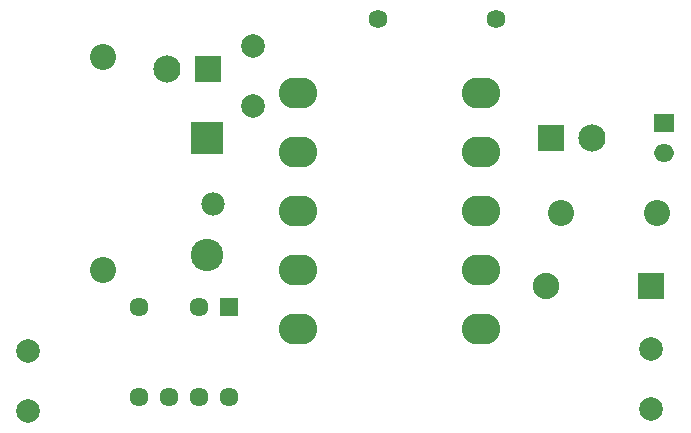
<source format=gts>
G04*
G04 #@! TF.GenerationSoftware,Altium Limited,Altium Designer,23.2.1 (34)*
G04*
G04 Layer_Color=8388736*
%FSTAX44Y44*%
%MOMM*%
G71*
G04*
G04 #@! TF.SameCoordinates,595AB9ED-E738-4090-B1B9-C8C706B013A9*
G04*
G04*
G04 #@! TF.FilePolarity,Negative*
G04*
G01*
G75*
%ADD16C,2.2032*%
%ADD17C,1.5842*%
%ADD18O,3.2512X2.6162*%
%ADD19C,2.2352*%
%ADD20R,2.2352X2.2352*%
%ADD21C,2.0032*%
%ADD22C,1.6132*%
%ADD23R,1.6132X1.6132*%
%ADD24C,2.7432*%
%ADD25R,2.7432X2.7432*%
%ADD26C,2.3032*%
%ADD27R,2.3032X2.3032*%
%ADD28O,1.7032X1.5032*%
%ADD29R,1.7032X1.5032*%
%ADD30C,1.9812*%
D16*
X0048895Y0020066D02*
D03*
X0057023D02*
D03*
X001016Y0033257D02*
D03*
Y0015257D02*
D03*
D17*
X0033401Y0036449D02*
D03*
X0043401D02*
D03*
D18*
X004217Y0030193D02*
D03*
Y0025193D02*
D03*
Y0020193D02*
D03*
Y0015193D02*
D03*
Y0010193D02*
D03*
X002667Y0030193D02*
D03*
Y0025193D02*
D03*
Y0020193D02*
D03*
Y0015193D02*
D03*
Y0010193D02*
D03*
D19*
X0047625Y0013843D02*
D03*
D20*
X0056515D02*
D03*
D21*
X002286Y0034163D02*
D03*
Y0029083D02*
D03*
X0056515Y0003429D02*
D03*
Y0008509D02*
D03*
X000381Y0003302D02*
D03*
Y0008382D02*
D03*
D22*
X0013208Y0012065D02*
D03*
X0018288D02*
D03*
X0013208Y0004445D02*
D03*
X0015748D02*
D03*
X0018288D02*
D03*
X0020828D02*
D03*
D23*
Y0012065D02*
D03*
D24*
X0018923Y001651D02*
D03*
D25*
Y0026416D02*
D03*
D26*
X0015522Y0032258D02*
D03*
X0051534Y0026416D02*
D03*
D27*
X0019022Y0032258D02*
D03*
X0048034Y0026416D02*
D03*
D28*
X0057658Y0025146D02*
D03*
D29*
Y0027686D02*
D03*
D30*
X0019431Y0020828D02*
D03*
M02*

</source>
